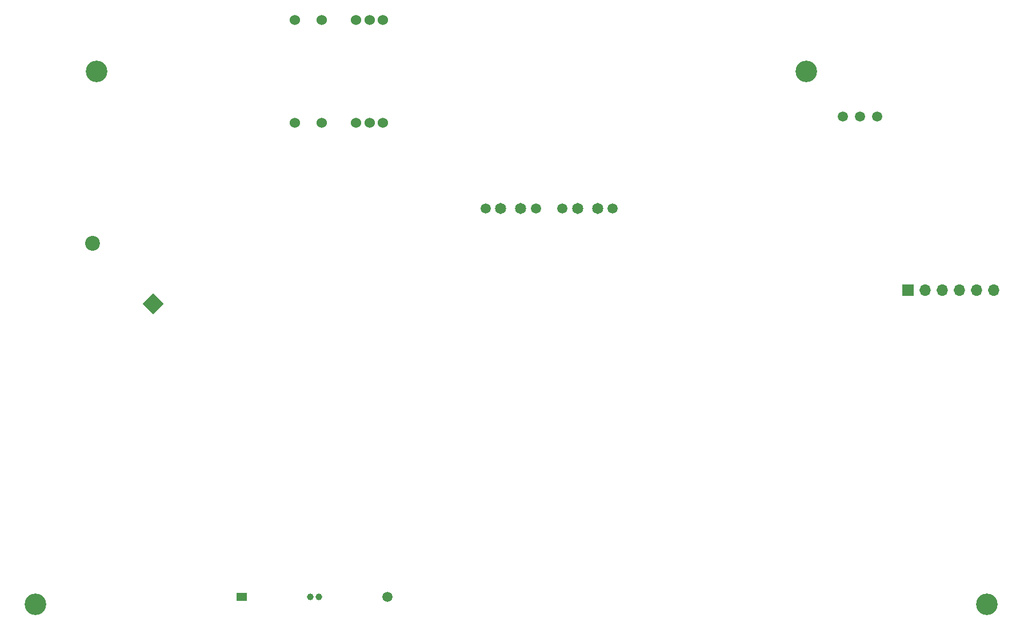
<source format=gbr>
%TF.GenerationSoftware,KiCad,Pcbnew,8.0.2*%
%TF.CreationDate,2025-03-18T14:55:19+01:00*%
%TF.ProjectId,Master_FT25,4d617374-6572-45f4-9654-32352e6b6963,rev?*%
%TF.SameCoordinates,Original*%
%TF.FileFunction,Soldermask,Bot*%
%TF.FilePolarity,Negative*%
%FSLAX46Y46*%
G04 Gerber Fmt 4.6, Leading zero omitted, Abs format (unit mm)*
G04 Created by KiCad (PCBNEW 8.0.2) date 2025-03-18 14:55:19*
%MOMM*%
%LPD*%
G01*
G04 APERTURE LIST*
G04 Aperture macros list*
%AMHorizOval*
0 Thick line with rounded ends*
0 $1 width*
0 $2 $3 position (X,Y) of the first rounded end (center of the circle)*
0 $4 $5 position (X,Y) of the second rounded end (center of the circle)*
0 Add line between two ends*
20,1,$1,$2,$3,$4,$5,0*
0 Add two circle primitives to create the rounded ends*
1,1,$1,$2,$3*
1,1,$1,$4,$5*%
%AMRotRect*
0 Rectangle, with rotation*
0 The origin of the aperture is its center*
0 $1 length*
0 $2 width*
0 $3 Rotation angle, in degrees counterclockwise*
0 Add horizontal line*
21,1,$1,$2,0,0,$3*%
G04 Aperture macros list end*
%ADD10C,3.200000*%
%ADD11RotRect,2.200000X2.200000X135.000000*%
%ADD12HorizOval,2.200000X0.000000X0.000000X0.000000X0.000000X0*%
%ADD13C,1.500000*%
%ADD14C,1.650000*%
%ADD15C,1.524000*%
%ADD16R,1.700000X1.700000*%
%ADD17O,1.700000X1.700000*%
%ADD18R,1.500000X1.303000*%
%ADD19C,1.000000*%
G04 APERTURE END LIST*
D10*
%TO.C,H3*%
X63850000Y-56250000D03*
%TD*%
D11*
%TO.C,D7*%
X72240128Y-90690128D03*
D12*
X63259872Y-81709872D03*
%TD*%
D10*
%TO.C,H4*%
X54750000Y-135200000D03*
%TD*%
D13*
%TO.C,J12*%
X140315000Y-76550000D03*
X132885000Y-76550000D03*
D14*
X135100000Y-76550000D03*
X138100000Y-76550000D03*
%TD*%
D13*
%TO.C,U3*%
X174430000Y-62900000D03*
X176970000Y-62900000D03*
X179509999Y-62900000D03*
%TD*%
D15*
%TO.C,T1*%
X93210000Y-63870000D03*
X97210000Y-63870000D03*
X102290000Y-63870000D03*
X104290000Y-63870000D03*
X106290000Y-63870000D03*
X106290000Y-48630000D03*
X104290000Y-48630000D03*
X102290000Y-48630000D03*
X97210000Y-48630000D03*
X93210000Y-48630000D03*
%TD*%
D13*
%TO.C,J13*%
X128915000Y-76535000D03*
X121485000Y-76535000D03*
D14*
X123700000Y-76535000D03*
X126700000Y-76535000D03*
%TD*%
D16*
%TO.C,J3*%
X184100000Y-88650000D03*
D17*
X186640000Y-88650000D03*
X189180000Y-88650000D03*
X191720000Y-88650000D03*
X194260000Y-88650000D03*
X196800000Y-88650000D03*
%TD*%
D18*
%TO.C,K2*%
X85385000Y-134072500D03*
D19*
X95545000Y-134072500D03*
X96815000Y-134072500D03*
D13*
X106975000Y-134072500D03*
%TD*%
D10*
%TO.C,H5*%
X195750000Y-135200000D03*
%TD*%
%TO.C,H1*%
X168980000Y-56220000D03*
%TD*%
M02*

</source>
